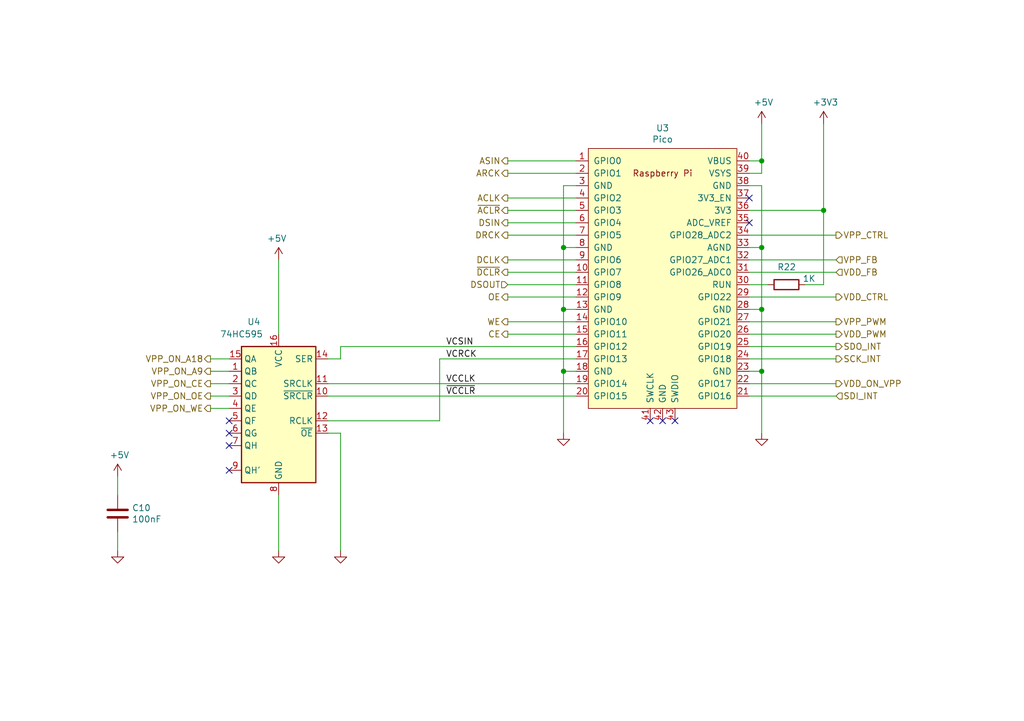
<source format=kicad_sch>
(kicad_sch (version 20230121) (generator eeschema)
  (paper "A5")
  (title_block (title "USB Flash/EPROM Programmer") (date "2024-02-01") (rev "v0.3.0") (company "Robson Martins") (comment 1 "https://usbflashprog.robsonmartins.com"))
  (lib_symbols
    (symbol "74xx:74HC595"
      (property "Reference" "U" (at -7.62 13.97 0))
      (property "Value" "74HC595" (at -7.62 -16.51 0))
      (symbol "74HC595_1_0"
        (pin tri_state line (at 10.16 7.62 180) (length 2.54) (name "QB") (number "1"))
        (pin input line (at -10.16 2.54 0) (length 2.54) (name "~{SRCLR}") (number "10"))
        (pin input line (at -10.16 5.08 0) (length 2.54) (name "SRCLK") (number "11"))
        (pin input line (at -10.16 -2.54 0) (length 2.54) (name "RCLK") (number "12"))
        (pin input line (at -10.16 -5.08 0) (length 2.54) (name "~{OE}") (number "13"))
        (pin input line (at -10.16 10.16 0) (length 2.54) (name "SER") (number "14"))
        (pin tri_state line (at 10.16 10.16 180) (length 2.54) (name "QA") (number "15"))
        (pin power_in line (at 0 15.24 270) (length 2.54) (name "VCC") (number "16"))
        (pin tri_state line (at 10.16 5.08 180) (length 2.54) (name "QC") (number "2"))
        (pin tri_state line (at 10.16 2.54 180) (length 2.54) (name "QD") (number "3"))
        (pin tri_state line (at 10.16 0 180) (length 2.54) (name "QE") (number "4"))
        (pin tri_state line (at 10.16 -2.54 180) (length 2.54) (name "QF") (number "5"))
        (pin tri_state line (at 10.16 -5.08 180) (length 2.54) (name "QG") (number "6"))
        (pin tri_state line (at 10.16 -7.62 180) (length 2.54) (name "QH") (number "7"))
        (pin power_in line (at 0 -17.78 90) (length 2.54) (name "GND") (number "8"))
        (pin output line (at 10.16 -12.7 180) (length 2.54) (name "QH'") (number "9"))
      )
      (symbol "74HC595_1_1"
        (rectangle (start -7.62 12.7) (end 7.62 -15.24) (stroke (width 0.254)) (fill (type background)))
      )
    )
    (symbol "Device:C" (pin_numbers hide) (pin_names (offset 0.254))
      (property "Reference" "C" (at 0.635 2.54 0))
      (property "Value" "C" (at 0.635 -2.54 0))
      (symbol "C_0_1"
        (polyline (pts (xy -2.032 -0.762) (xy 2.032 -0.762)) (stroke (width 0.508)))
        (polyline (pts (xy -2.032 0.762) (xy 2.032 0.762)) (stroke (width 0.508)))
      )
      (symbol "C_1_1"
        (pin passive line (at 0 3.81 270) (length 2.794) (name "~") (number "1"))
        (pin passive line (at 0 -3.81 90) (length 2.794) (name "~") (number "2"))
      )
    )
    (symbol "Device:R" (pin_numbers hide) (pin_names (offset 0))
      (property "Reference" "R" (at 2.032 0 90))
      (property "Value" "R" (at 0 0 90))
      (symbol "R_0_1"
        (rectangle (start -1.016 -2.54) (end 1.016 2.54) (stroke (width 0.254)))
      )
      (symbol "R_1_1"
        (pin passive line (at 0 3.81 270) (length 1.27) (name "~") (number "1"))
        (pin passive line (at 0 -3.81 90) (length 1.27) (name "~") (number "2"))
      )
    )
    (symbol "MCU_RaspberryPi_and_Boards:Pico" (pin_names (offset 1.016))
      (property "Reference" "U" (at -13.97 27.94 0))
      (property "Value" "Pico" (at 0 19.05 0))
      (symbol "Pico_0_0"
        (text "Raspberry Pi" (at 0 21.59 0) (effects (font (size 1.27 1.27))))
      )
      (symbol "Pico_0_1"
        (rectangle (start -15.24 26.67) (end 15.24 -26.67) (fill (type background)))
      )
      (symbol "Pico_1_1"
        (pin bidirectional line (at -17.78 24.13 0) (length 2.54) (name "GPIO0") (number "1"))
        (pin bidirectional line (at -17.78 1.27 0) (length 2.54) (name "GPIO7") (number "10"))
        (pin bidirectional line (at -17.78 -1.27 0) (length 2.54) (name "GPIO8") (number "11"))
        (pin bidirectional line (at -17.78 -3.81 0) (length 2.54) (name "GPIO9") (number "12"))
        (pin power_in line (at -17.78 -6.35 0) (length 2.54) (name "GND") (number "13"))
        (pin bidirectional line (at -17.78 -8.89 0) (length 2.54) (name "GPIO10") (number "14"))
        (pin bidirectional line (at -17.78 -11.43 0) (length 2.54) (name "GPIO11") (number "15"))
        (pin bidirectional line (at -17.78 -13.97 0) (length 2.54) (name "GPIO12") (number "16"))
        (pin bidirectional line (at -17.78 -16.51 0) (length 2.54) (name "GPIO13") (number "17"))
        (pin power_in line (at -17.78 -19.05 0) (length 2.54) (name "GND") (number "18"))
        (pin bidirectional line (at -17.78 -21.59 0) (length 2.54) (name "GPIO14") (number "19"))
        (pin bidirectional line (at -17.78 21.59 0) (length 2.54) (name "GPIO1") (number "2"))
        (pin bidirectional line (at -17.78 -24.13 0) (length 2.54) (name "GPIO15") (number "20"))
        (pin bidirectional line (at 17.78 -24.13 180) (length 2.54) (name "GPIO16") (number "21"))
        (pin bidirectional line (at 17.78 -21.59 180) (length 2.54) (name "GPIO17") (number "22"))
        (pin power_in line (at 17.78 -19.05 180) (length 2.54) (name "GND") (number "23"))
        (pin bidirectional line (at 17.78 -16.51 180) (length 2.54) (name "GPIO18") (number "24"))
        (pin bidirectional line (at 17.78 -13.97 180) (length 2.54) (name "GPIO19") (number "25"))
        (pin bidirectional line (at 17.78 -11.43 180) (length 2.54) (name "GPIO20") (number "26"))
        (pin bidirectional line (at 17.78 -8.89 180) (length 2.54) (name "GPIO21") (number "27"))
        (pin power_in line (at 17.78 -6.35 180) (length 2.54) (name "GND") (number "28"))
        (pin bidirectional line (at 17.78 -3.81 180) (length 2.54) (name "GPIO22") (number "29"))
        (pin power_in line (at -17.78 19.05 0) (length 2.54) (name "GND") (number "3"))
        (pin input line (at 17.78 -1.27 180) (length 2.54) (name "RUN") (number "30"))
        (pin bidirectional line (at 17.78 1.27 180) (length 2.54) (name "GPIO26_ADC0") (number "31"))
        (pin bidirectional line (at 17.78 3.81 180) (length 2.54) (name "GPIO27_ADC1") (number "32"))
        (pin power_in line (at 17.78 6.35 180) (length 2.54) (name "AGND") (number "33"))
        (pin bidirectional line (at 17.78 8.89 180) (length 2.54) (name "GPIO28_ADC2") (number "34"))
        (pin unspecified line (at 17.78 11.43 180) (length 2.54) (name "ADC_VREF") (number "35"))
        (pin unspecified line (at 17.78 13.97 180) (length 2.54) (name "3V3") (number "36"))
        (pin input line (at 17.78 16.51 180) (length 2.54) (name "3V3_EN") (number "37"))
        (pin bidirectional line (at 17.78 19.05 180) (length 2.54) (name "GND") (number "38"))
        (pin unspecified line (at 17.78 21.59 180) (length 2.54) (name "VSYS") (number "39"))
        (pin bidirectional line (at -17.78 16.51 0) (length 2.54) (name "GPIO2") (number "4"))
        (pin unspecified line (at 17.78 24.13 180) (length 2.54) (name "VBUS") (number "40"))
        (pin input line (at -2.54 -29.21 90) (length 2.54) (name "SWCLK") (number "41"))
        (pin power_in line (at 0 -29.21 90) (length 2.54) (name "GND") (number "42"))
        (pin bidirectional line (at 2.54 -29.21 90) (length 2.54) (name "SWDIO") (number "43"))
        (pin bidirectional line (at -17.78 13.97 0) (length 2.54) (name "GPIO3") (number "5"))
        (pin bidirectional line (at -17.78 11.43 0) (length 2.54) (name "GPIO4") (number "6"))
        (pin bidirectional line (at -17.78 8.89 0) (length 2.54) (name "GPIO5") (number "7"))
        (pin power_in line (at -17.78 6.35 0) (length 2.54) (name "GND") (number "8"))
        (pin bidirectional line (at -17.78 3.81 0) (length 2.54) (name "GPIO6") (number "9"))
      )
    )
    (symbol "power:+3V3" (power) (pin_names (offset 0))
      (property "Value" "+3V3" (at 0 3.556 0))
      (symbol "+3V3_0_1"
        (polyline (pts (xy -0.762 1.27) (xy 0 2.54)))
        (polyline (pts (xy 0 0) (xy 0 2.54)))
        (polyline (pts (xy 0 2.54) (xy 0.762 1.27)))
      )
      (symbol "+3V3_1_1"
        (pin power_in line (at 0 0 90) (length 0) hide (name "+3V3") (number "1"))
      )
    )
    (symbol "power:+5V" (power) (pin_names (offset 0))
      (property "Value" "+5V" (at 0 3.556 0))
      (symbol "+5V_0_1"
        (polyline (pts (xy -0.762 1.27) (xy 0 2.54)))
        (polyline (pts (xy 0 0) (xy 0 2.54)))
        (polyline (pts (xy 0 2.54) (xy 0.762 1.27)))
      )
      (symbol "+5V_1_1"
        (pin power_in line (at 0 0 90) (length 0) hide (name "+5V") (number "1"))
      )
    )
    (symbol "power:GND" (power) (pin_names (offset 0))
      (property "Value" "GND" (at 0 -3.81 0))
      (symbol "GND_0_1"
        (polyline (pts (xy 0 0) (xy 0 -1.27) (xy 1.27 -1.27) (xy 0 -2.54) (xy -1.27 -1.27) (xy 0 -1.27)))
      )
      (symbol "GND_1_1"
        (pin power_in line (at 0 0 270) (length 0) hide (name "GND") (number "1"))
      )
    )
  )
  (junction (at 168.91 43.18))
  (junction (at 115.57 50.8))
  (junction (at 156.21 50.8))
  (junction (at 115.57 63.5))
  (junction (at 156.21 63.5))
  (junction (at 115.57 76.2))
  (junction (at 156.21 76.2))
  (junction (at 156.21 33.02))
  (no_connect (at 153.67 45.72))
  (no_connect (at 153.67 40.64))
  (no_connect (at 46.99 96.52))
  (no_connect (at 46.99 88.9))
  (no_connect (at 46.99 86.36))
  (no_connect (at 46.99 91.44))
  (no_connect (at 133.35 86.36))
  (no_connect (at 135.89 86.36))
  (no_connect (at 138.43 86.36))
  (wire (pts (xy 153.67 71.12) (xy 171.45 71.12)))
  (wire (pts (xy 104.14 33.02) (xy 118.11 33.02)))
  (wire (pts (xy 156.21 88.9) (xy 156.21 76.2)))
  (wire (pts (xy 153.67 53.34) (xy 171.45 53.34)))
  (wire (pts (xy 24.13 109.22) (xy 24.13 113.03)))
  (wire (pts (xy 118.11 71.12) (xy 69.85 71.12)))
  (wire (pts (xy 24.13 97.79) (xy 24.13 101.6)))
  (wire (pts (xy 104.14 45.72) (xy 118.11 45.72)))
  (wire (pts (xy 90.17 73.66) (xy 90.17 86.36)))
  (wire (pts (xy 104.14 68.58) (xy 118.11 68.58)))
  (wire (pts (xy 168.91 25.4) (xy 168.91 43.18)))
  (wire (pts (xy 104.14 66.04) (xy 118.11 66.04)))
  (wire (pts (xy 153.67 48.26) (xy 171.45 48.26)))
  (wire (pts (xy 153.67 81.28) (xy 171.45 81.28)))
  (wire (pts (xy 67.31 81.28) (xy 118.11 81.28)))
  (wire (pts (xy 104.14 48.26) (xy 118.11 48.26)))
  (wire (pts (xy 67.31 78.74) (xy 118.11 78.74)))
  (wire (pts (xy 153.67 60.96) (xy 171.45 60.96)))
  (wire (pts (xy 156.21 35.56) (xy 153.67 35.56)))
  (wire (pts (xy 46.99 83.82) (xy 43.18 83.82)))
  (wire (pts (xy 156.21 76.2) (xy 156.21 63.5)))
  (wire (pts (xy 153.67 58.42) (xy 157.48 58.42)))
  (wire (pts (xy 46.99 81.28) (xy 43.18 81.28)))
  (wire (pts (xy 115.57 50.8) (xy 115.57 38.1)))
  (wire (pts (xy 104.14 35.56) (xy 118.11 35.56)))
  (wire (pts (xy 153.67 78.74) (xy 171.45 78.74)))
  (wire (pts (xy 104.14 60.96) (xy 118.11 60.96)))
  (wire (pts (xy 156.21 50.8) (xy 156.21 38.1)))
  (wire (pts (xy 153.67 50.8) (xy 156.21 50.8)))
  (wire (pts (xy 69.85 113.03) (xy 69.85 88.9)))
  (wire (pts (xy 153.67 55.88) (xy 171.45 55.88)))
  (wire (pts (xy 104.14 53.34) (xy 118.11 53.34)))
  (wire (pts (xy 165.1 58.42) (xy 168.91 58.42)))
  (wire (pts (xy 118.11 63.5) (xy 115.57 63.5)))
  (wire (pts (xy 153.67 73.66) (xy 171.45 73.66)))
  (wire (pts (xy 46.99 73.66) (xy 43.18 73.66)))
  (wire (pts (xy 104.14 58.42) (xy 118.11 58.42)))
  (wire (pts (xy 69.85 73.66) (xy 67.31 73.66)))
  (wire (pts (xy 153.67 68.58) (xy 171.45 68.58)))
  (wire (pts (xy 156.21 76.2) (xy 153.67 76.2)))
  (wire (pts (xy 118.11 50.8) (xy 115.57 50.8)))
  (wire (pts (xy 156.21 25.4) (xy 156.21 33.02)))
  (wire (pts (xy 153.67 66.04) (xy 171.45 66.04)))
  (wire (pts (xy 104.14 43.18) (xy 118.11 43.18)))
  (wire (pts (xy 69.85 71.12) (xy 69.85 73.66)))
  (wire (pts (xy 46.99 78.74) (xy 43.18 78.74)))
  (wire (pts (xy 115.57 76.2) (xy 115.57 63.5)))
  (wire (pts (xy 90.17 73.66) (xy 118.11 73.66)))
  (wire (pts (xy 115.57 63.5) (xy 115.57 50.8)))
  (wire (pts (xy 69.85 88.9) (xy 67.31 88.9)))
  (wire (pts (xy 104.14 40.64) (xy 118.11 40.64)))
  (wire (pts (xy 156.21 63.5) (xy 156.21 50.8)))
  (wire (pts (xy 115.57 38.1) (xy 118.11 38.1)))
  (wire (pts (xy 115.57 88.9) (xy 115.57 76.2)))
  (wire (pts (xy 118.11 76.2) (xy 115.57 76.2)))
  (wire (pts (xy 104.14 55.88) (xy 118.11 55.88)))
  (wire (pts (xy 57.15 113.03) (xy 57.15 101.6)))
  (wire (pts (xy 156.21 33.02) (xy 156.21 35.56)))
  (wire (pts (xy 67.31 86.36) (xy 90.17 86.36)))
  (wire (pts (xy 156.21 63.5) (xy 153.67 63.5)))
  (wire (pts (xy 156.21 38.1) (xy 153.67 38.1)))
  (wire (pts (xy 57.15 68.58) (xy 57.15 53.34)))
  (wire (pts (xy 46.99 76.2) (xy 43.18 76.2)))
  (wire (pts (xy 168.91 58.42) (xy 168.91 43.18)))
  (wire (pts (xy 153.67 43.18) (xy 168.91 43.18)))
  (wire (pts (xy 153.67 33.02) (xy 156.21 33.02)))
  (label "VCCLK" (at 91.44 78.74 0))
  (label "VCRCK" (at 91.44 73.66 0))
  (label "~{VCCLR}" (at 91.44 81.28 0))
  (label "VCSIN" (at 91.44 71.12 0))
  (hierarchical_label "VDD_ON_VPP" (shape output) (at 171.45 78.74 0))
  (hierarchical_label "VPP_ON_WE" (shape output) (at 43.18 83.82 180))
  (hierarchical_label "VDD_PWM" (shape output) (at 171.45 68.58 0))
  (hierarchical_label "DSOUT" (shape input) (at 104.14 58.42 180))
  (hierarchical_label "ASIN" (shape output) (at 104.14 33.02 180))
  (hierarchical_label "SDI_INT" (shape input) (at 171.45 81.28 0))
  (hierarchical_label "VDD_CTRL" (shape output) (at 171.45 60.96 0))
  (hierarchical_label "VPP_FB" (shape input) (at 171.45 53.34 0))
  (hierarchical_label "OE" (shape output) (at 104.14 60.96 180))
  (hierarchical_label "VPP_ON_A9" (shape output) (at 43.18 76.2 180))
  (hierarchical_label "WE" (shape output) (at 104.14 66.04 180))
  (hierarchical_label "DRCK" (shape output) (at 104.14 48.26 180))
  (hierarchical_label "VPP_CTRL" (shape output) (at 171.45 48.26 0))
  (hierarchical_label "CE" (shape output) (at 104.14 68.58 180))
  (hierarchical_label "DSIN" (shape output) (at 104.14 45.72 180))
  (hierarchical_label "VPP_ON_CE" (shape output) (at 43.18 78.74 180))
  (hierarchical_label "SDO_INT" (shape output) (at 171.45 71.12 0))
  (hierarchical_label "DCLK" (shape output) (at 104.14 53.34 180))
  (hierarchical_label "SCK_INT" (shape output) (at 171.45 73.66 0))
  (hierarchical_label "VPP_ON_A18" (shape output) (at 43.18 73.66 180))
  (hierarchical_label "ACLK" (shape output) (at 104.14 40.64 180))
  (hierarchical_label "ARCK" (shape output) (at 104.14 35.56 180))
  (hierarchical_label "VPP_PWM" (shape output) (at 171.45 66.04 0))
  (hierarchical_label "VDD_FB" (shape input) (at 171.45 55.88 0))
  (hierarchical_label "~{DCLR}" (shape output) (at 104.14 55.88 180))
  (hierarchical_label "VPP_ON_OE" (shape output) (at 43.18 81.28 180))
  (hierarchical_label "~{ACLR}" (shape output) (at 104.14 43.18 180))
  (symbol (lib_id "MCU_RaspberryPi_and_Boards:Pico") (at 135.89 57.15 0) (unit 1)
    (property "Reference" "U3" (at 135.89 26.289 0))
    (property "Value" "Pico" (at 135.89 28.6004 0))
    (property "Footprint" "MCU_RaspberryPi_and_Boards:RPi_Pico_SMD_TH" (effects hide))
  )
  (symbol (lib_id "74xx:74HC595") (at 57.15 83.82 0) (mirror y) (unit 1)
    (property "Reference" "U4" (at 52.07 66.04 0))
    (property "Value" "74HC595" (at 49.53 68.58 0))
    (property "Footprint" "Package_DIP:DIP-16_W7.62mm" (effects hide))
    (property "Datasheet" "http://www.ti.com/lit/ds/symlink/sn74hc595.pdf" (effects hide))
  )
  (symbol (lib_id "Device:C") (at 24.13 105.41 0) (unit 1)
    (property "Reference" "C10" (at 27.051 104.2416 0) (effects (justify left)))
    (property "Value" "100nF" (at 27.051 106.553 0) (effects (justify left)))
    (property "Footprint" "Capacitor_THT:C_Disc_D6.0mm_W2.5mm_P5.00mm" (effects hide))
  )
  (symbol (lib_id "Device:R") (at 161.29 58.42 270) (unit 1)
    (property "Reference" "R22" (at 161.3408 54.8132 90))
    (property "Value" "1K" (at 165.9382 57.1754 90))
    (property "Footprint" "Resistor_THT:R_Axial_DIN0207_L6.3mm_D2.5mm_P10.16mm_Horizontal" (effects hide))
  )
  (symbol (lib_id "power:GND") (at 57.15 113.03 0) (mirror y) (unit 1)
    (property "Reference" "#PWR049" (effects hide))
    (property "Value" "GND" (effects hide))
  )
  (symbol (lib_id "power:+5V") (at 156.21 25.4 0) (unit 1)
    (property "Reference" "#PWR044" (effects hide))
    (property "Value" "+5V" (at 156.591 21.0058 0))
  )
  (symbol (lib_id "power:+3V3") (at 168.91 25.4 0) (unit 1)
    (property "Reference" "#PWR046" (effects hide))
    (property "Value" "+3V3" (at 169.291 21.0058 0))
  )
  (symbol (lib_id "power:GND") (at 115.57 88.9 0) (unit 1)
    (property "Reference" "#PWR041" (effects hide))
    (property "Value" "GND" (effects hide))
  )
  (symbol (lib_id "power:GND") (at 156.21 88.9 0) (unit 1)
    (property "Reference" "#PWR045" (effects hide))
    (property "Value" "GND" (effects hide))
  )
  (symbol (lib_id "power:GND") (at 69.85 113.03 0) (mirror y) (unit 1)
    (property "Reference" "#PWR047" (effects hide))
    (property "Value" "GND" (effects hide))
  )
  (symbol (lib_id "power:+5V") (at 57.15 53.34 0) (mirror y) (unit 1)
    (property "Reference" "#PWR048" (effects hide))
    (property "Value" "+5V" (at 56.769 48.9458 0))
  )
  (symbol (lib_id "power:GND") (at 24.13 113.03 0) (unit 1)
    (property "Reference" "#PWR043" (effects hide))
    (property "Value" "GND" (effects hide))
  )
  (symbol (lib_id "power:+5V") (at 24.13 97.79 0) (unit 1)
    (property "Reference" "#PWR042" (effects hide))
    (property "Value" "+5V" (at 24.511 93.3958 0))
  )
)
</source>
